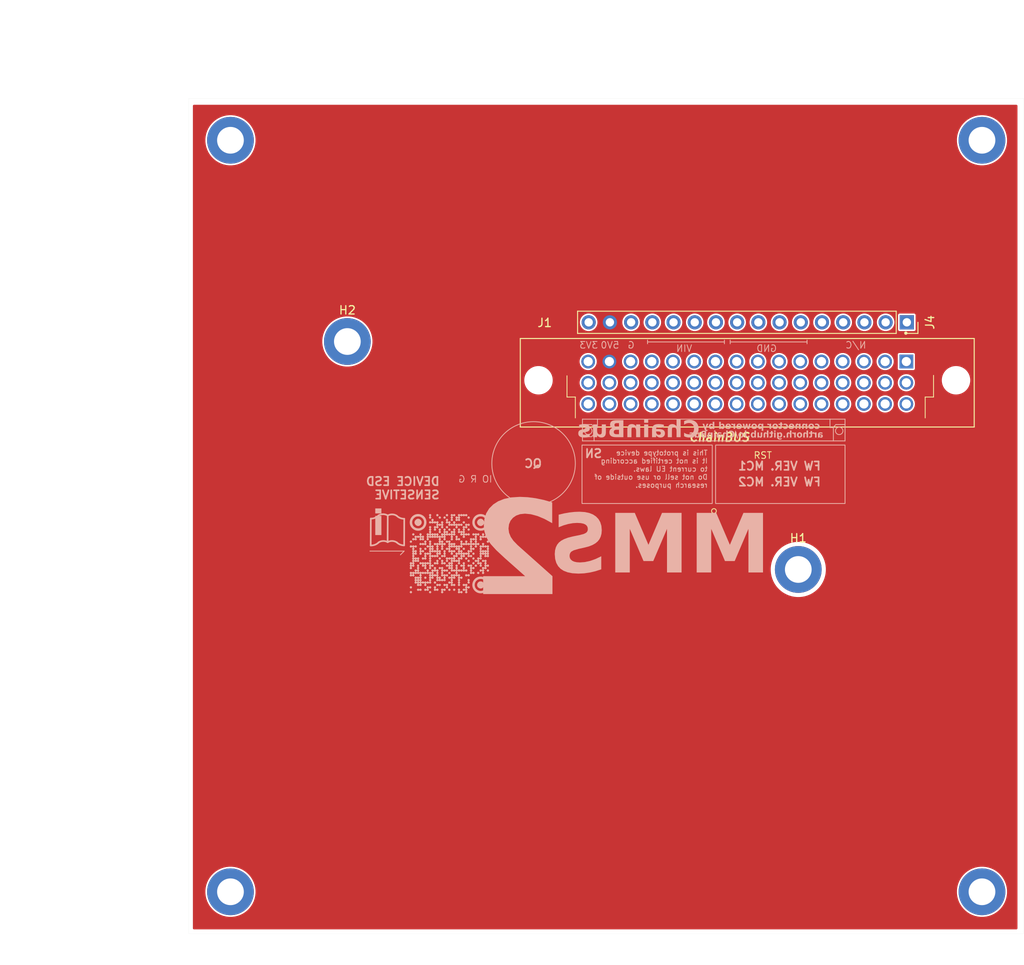
<source format=kicad_pcb>
(kicad_pcb (version 20241229) (generator "pcbnew") (generator_version "9.0")
  (layers (0 "F.Cu" signal) (4 "In1.Cu" signal) (6 "In2.Cu" signal) (2 "B.Cu" signal) (13 "F.Paste" user) (15 "B.Paste" user) (5 "F.SilkS" user "F.Silkscreen") (7 "B.SilkS" user "B.Silkscreen") (1 "F.Mask" user) (3 "B.Mask" user) (25 "Edge.Cuts" user))
  (property "SHEETTOTAL" "5")
  (net 0 "")
  (net 1 "GND")
  (net 2 "+3V3")
  (net 3 "+5V")
  (net 4 "/Interboard_connector/Altmode6")
  (net 5 "/Interboard_connector/Altmode3")
  (net 6 "/Interboard_connector/Altmode16")
  (net 7 "/Interboard_connector/Altmode14")
  (net 8 "/Interboard_connector/Altmode12")
  (net 9 "/Interboard_connector/Altmode10")
  (net 10 "/Interboard_connector/Altmode7")
  (net 11 "/Interboard_connector/Altmode2")
  (net 12 "/Interboard_connector/Altmode4")
  (net 13 "/Interboard_connector/Altmode13")
  (net 14 "/Interboard_connector/Altmode11")
  (net 15 "/Interboard_connector/Altmode8")
  (net 16 "/Interboard_connector/Altmode9")
  (net 17 "/Interboard_connector/Altmode1")
  (net 18 "/Interboard_connector/Altmode5")
  (net 19 "/Interboard_connector/Altmode15")
  (net 21 "BRD_VIN")
  (net 22 "/Interboard_connector/Chainbus.RX")
  (net 23 "/Interboard_connector/Chainbus.TX")
  (net 24 "/Interboard_connector/Chainbus.SCL")
  (net 25 "/Interboard_connector/Chainbus.SDA")
  (net 26 "/Interboard_connector/Chainbus_I2C_addr1")
  (net 27 "/Interboard_connector/Chainbus.MOSI")
  (net 28 "/Interboard_connector/Chainbus_UART_addr2")
  (net 29 "/Interboard_connector/Chainbus.MISO")
  (net 30 "/Interboard_connector/Chainbus_SPI_CS2")
  (net 31 "/Interboard_connector/Chainbus_UART_addr1")
  (net 32 "/Interboard_connector/Chainbus_SPI_CS1")
  (net 33 "/Interboard_connector/Chainbus_SPI_CS0")
  (net 34 "/Interboard_connector/Chainbus.SCK")
  (net 35 "/Interboard_connector/Chainbus_I2C_addr0")
  (net 36 "/Interboard_connector/Chainbus_I2C_addr2")
  (net 37 "/Interboard_connector/Chainbus_UART_addr0")
  (footprint "Library:AMPHENOL_86093488324755V1LF" (layer "F.Cu") (at 163.59 82.84)
    (property "Reference" "J1" (at -24.255 -7.185 0) (layer "F.SilkS"))
    (property "Value" "86093488324755V1LF")
    (pad "" np_thru_hole circle (at -25 -0.3) (size 2.9 2.9) (drill 2.9) (layers "*.Cu" "*.Mask"))
    (pad "" np_thru_hole circle (at 25 -0.3) (size 2.9 2.9) (drill 2.9) (layers "*.Cu" "*.Mask"))
    (pad "A1" thru_hole rect (at 19.05 -2.54) (size 1.65 1.65) (drill 1.1) (layers "*.Cu" "*.Mask"))
    (pad "A2" thru_hole circle (at 16.51 -2.54) (size 1.65 1.65) (drill 1.1) (layers "*.Cu" "*.Mask"))
    (pad "A3" thru_hole circle (at 13.97 -2.54) (size 1.65 1.65) (drill 1.1) (layers "*.Cu" "*.Mask"))
    (pad "A4" thru_hole circle (at 11.43 -2.54) (size 1.65 1.65) (drill 1.1) (layers "*.Cu" "*.Mask"))
    (pad "A5" thru_hole circle (at 8.89 -2.54) (size 1.65 1.65) (drill 1.1) (layers "*.Cu" "*.Mask"))
    (pad "A6" thru_hole circle (at 6.35 -2.54) (size 1.65 1.65) (drill 1.1) (layers "*.Cu" "*.Mask") (net 1 "GND"))
    (pad "A7" thru_hole circle (at 3.81 -2.54) (size 1.65 1.65) (drill 1.1) (layers "*.Cu" "*.Mask") (net 1 "GND"))
    (pad "A8" thru_hole circle (at 1.27 -2.54) (size 1.65 1.65) (drill 1.1) (layers "*.Cu" "*.Mask") (net 1 "GND"))
    (pad "A9" thru_hole circle (at -1.27 -2.54) (size 1.65 1.65) (drill 1.1) (layers "*.Cu" "*.Mask") (net 1 "GND"))
    (pad "A10" thru_hole circle (at -3.81 -2.54) (size 1.65 1.65) (drill 1.1) (layers "*.Cu" "*.Mask") (net 21 "BRD_VIN"))
    (pad "A11" thru_hole circle (at -6.35 -2.54) (size 1.65 1.65) (drill 1.1) (layers "*.Cu" "*.Mask") (net 21 "BRD_VIN"))
    (pad "A12" thru_hole circle (at -8.89 -2.54) (size 1.65 1.65) (drill 1.1) (layers "*.Cu" "*.Mask") (net 21 "BRD_VIN"))
    (pad "A13" thru_hole circle (at -11.43 -2.54) (size 1.65 1.65) (drill 1.1) (layers "*.Cu" "*.Mask") (net 21 "BRD_VIN"))
    (pad "A14" thru_hole circle (at -13.97 -2.54) (size 1.65 1.65) (drill 1.1) (layers "*.Cu" "*.Mask") (net 1 "GND"))
    (pad "A15" thru_hole circle (at -16.51 -2.54) (size 1.65 1.65) (drill 1.1) (layers "*.Cu" "*.Mask") (net 3 "+5V"))
    (pad "A16" thru_hole circle (at -19.05 -2.54) (size 1.65 1.65) (drill 1.1) (layers "*.Cu" "*.Mask") (net 2 "+3V3"))
    (pad "B1" thru_hole circle (at 19.05 0) (size 1.65 1.65) (drill 1.1) (layers "*.Cu" "*.Mask") (net 22 "/Interboard_connector/Chainbus.RX"))
    (pad "B2" thru_hole circle (at 16.51 0) (size 1.65 1.65) (drill 1.1) (layers "*.Cu" "*.Mask") (net 23 "/Interboard_connector/Chainbus.TX"))
    (pad "B3" thru_hole circle (at 13.97 0) (size 1.65 1.65) (drill 1.1) (layers "*.Cu" "*.Mask") (net 37 "/Interboard_connector/Chainbus_UART_addr0"))
    (pad "B4" thru_hole circle (at 11.43 0) (size 1.65 1.65) (drill 1.1) (layers "*.Cu" "*.Mask") (net 31 "/Interboard_connector/Chainbus_UART_addr1"))
    (pad "B5" thru_hole circle (at 8.89 0) (size 1.65 1.65) (drill 1.1) (layers "*.Cu" "*.Mask") (net 28 "/Interboard_connector/Chainbus_UART_addr2"))
    (pad "B6" thru_hole circle (at 6.35 0) (size 1.65 1.65) (drill 1.1) (layers "*.Cu" "*.Mask") (net 29 "/Interboard_connector/Chainbus.MISO"))
    (pad "B7" thru_hole circle (at 3.81 0) (size 1.65 1.65) (drill 1.1) (layers "*.Cu" "*.Mask") (net 27 "/Interboard_connector/Chainbus.MOSI"))
    (pad "B8" thru_hole circle (at 1.27 0) (size 1.65 1.65) (drill 1.1) (layers "*.Cu" "*.Mask") (net 34 "/Interboard_connector/Chainbus.SCK"))
    (pad "B9" thru_hole circle (at -1.27 0) (size 1.65 1.65) (drill 1.1) (layers "*.Cu" "*.Mask") (net 35 "/Interboard_connector/Chainbus_I2C_addr0"))
    (pad "B10" thru_hole circle (at -3.81 0) (size 1.65 1.65) (drill 1.1) (layers "*.Cu" "*.Mask") (net 26 "/Interboard_connector/Chainbus_I2C_addr1"))
    (pad "B11" thru_hole circle (at -6.35 0) (size 1.65 1.65) (drill 1.1) (layers "*.Cu" "*.Mask") (net 36 "/Interboard_connector/Chainbus_I2C_addr2"))
    (pad "B12" thru_hole circle (at -8.89 0) (size 1.65 1.65) (drill 1.1) (layers "*.Cu" "*.Mask") (net 33 "/Interboard_connector/Chainbus_SPI_CS0"))
    (pad "B13" thru_hole circle (at -11.43 0) (size 1.65 1.65) (drill 1.1) (layers "*.Cu" "*.Mask") (net 32 "/Interboard_connector/Chainbus_SPI_CS1"))
    (pad "B14" thru_hole circle (at -13.97 0) (size 1.65 1.65) (drill 1.1) (layers "*.Cu" "*.Mask") (net 30 "/Interboard_connector/Chainbus_SPI_CS2"))
    (pad "B15" thru_hole circle (at -16.51 0) (size 1.65 1.65) (drill 1.1) (layers "*.Cu" "*.Mask") (net 24 "/Interboard_connector/Chainbus.SCL"))
    (pad "B16" thru_hole circle (at -19.05 0) (size 1.65 1.65) (drill 1.1) (layers "*.Cu" "*.Mask") (net 25 "/Interboard_connector/Chainbus.SDA"))
    (pad "C1" thru_hole circle (at 19.05 2.54) (size 1.65 1.65) (drill 1.1) (layers "*.Cu" "*.Mask") (net 17 "/Interboard_connector/Altmode1"))
    (pad "C2" thru_hole circle (at 16.51 2.54) (size 1.65 1.65) (drill 1.1) (layers "*.Cu" "*.Mask") (net 11 "/Interboard_connector/Altmode2"))
    (pad "C3" thru_hole circle (at 13.97 2.54) (size 1.65 1.65) (drill 1.1) (layers "*.Cu" "*.Mask") (net 5 "/Interboard_connector/Altmode3"))
    (pad "C4" thru_hole circle (at 11.43 2.54) (size 1.65 1.65) (drill 1.1) (layers "*.Cu" "*.Mask") (net 12 "/Interboard_connector/Altmode4"))
    (pad "C5" thru_hole circle (at 8.89 2.54) (size 1.65 1.65) (drill 1.1) (layers "*.Cu" "*.Mask") (net 18 "/Interboard_connector/Altmode5"))
    (pad "C6" thru_hole circle (at 6.35 2.54) (size 1.65 1.65) (drill 1.1) (layers "*.Cu" "*.Mask") (net 4 "/Interboard_connector/Altmode6"))
    (pad "C7" thru_hole circle (at 3.81 2.54) (size 1.65 1.65) (drill 1.1) (layers "*.Cu" "*.Mask") (net 14 "/Interboard_connector/Altmode11"))
    (pad "C8" thru_hole circle (at 1.27 2.54) (size 1.65 1.65) (drill 1.1) (layers "*.Cu" "*.Mask") (net 8 "/Interboard_connector/Altmode12"))
    (pad "C9" thru_hole circle (at -1.27 2.54) (size 1.65 1.65) (drill 1.1) (layers "*.Cu" "*.Mask") (net 13 "/Interboard_connector/Altmode13"))
    (pad "C10" thru_hole circle (at -3.81 2.54) (size 1.65 1.65) (drill 1.1) (layers "*.Cu" "*.Mask") (net 7 "/Interboard_connector/Altmode14"))
    (pad "C11" thru_hole circle (at -6.35 2.54) (size 1.65 1.65) (drill 1.1) (layers "*.Cu" "*.Mask") (net 19 "/Interboard_connector/Altmode15"))
    (pad "C12" thru_hole circle (at -8.89 2.54) (size 1.65 1.65) (drill 1.1) (layers "*.Cu" "*.Mask") (net 10 "/Interboard_connector/Altmode7"))
    (pad "C13" thru_hole circle (at -11.43 2.54) (size 1.65 1.65) (drill 1.1) (layers "*.Cu" "*.Mask") (net 15 "/Interboard_connector/Altmode8"))
    (pad "C14" thru_hole circle (at -13.97 2.54) (size 1.65 1.65) (drill 1.1) (layers "*.Cu" "*.Mask") (net 16 "/Interboard_connector/Altmode9"))
    (pad "C15" thru_hole circle (at -16.51 2.54) (size 1.65 1.65) (drill 1.1) (layers "*.Cu" "*.Mask") (net 9 "/Interboard_connector/Altmode10"))
    (pad "C16" thru_hole circle (at -19.05 2.54) (size 1.65 1.65) (drill 1.1) (layers "*.Cu" "*.Mask") (net 6 "/Interboard_connector/Altmode16"))
  )
  (footprint "MountingHole:MountingHole_3.2mm_M3_DIN965_Pad" (layer "F.Cu") (at 169.7 105.2)
    (property "Reference" "H1" (at 0 -3.75 0) (layer "F.SilkS"))
    (property "Value" "M3 mount")
    (pad "1" thru_hole circle (at 0 0) (size 5.6 5.6) (drill 3.2) (layers "*.Cu" "*.Mask") (net 1 "GND") (clearance 0.5))
  )
  (footprint "MountingHole:MountingHole_3.2mm_M3_DIN965_Pad" (layer "F.Cu") (at 115.7 77.9)
    (property "Reference" "H2" (at 0 -3.75 0) (layer "F.SilkS"))
    (property "Value" "M3 mount")
    (pad "1" thru_hole circle (at 0 0) (size 5.6 5.6) (drill 3.2) (layers "*.Cu" "*.Mask"))
  )
  (footprint "MountingHole:MountingHole_3.2mm_M3_DIN965_Pad" (layer "F.Cu") (at 191.7 53.8)
    (property "Reference" "H3" (hide yes))
    (property "Value" "M3 mount")
    (pad "1" thru_hole circle (at 0 0) (size 5.6 5.6) (drill 3.2) (layers "*.Cu" "*.Mask"))
  )
  (footprint "MountingHole:MountingHole_3.2mm_M3_DIN965_Pad" (layer "F.Cu") (at 101.7 53.8)
    (property "Reference" "H4" (hide yes))
    (property "Value" "M3 mount")
    (pad "1" thru_hole circle (at 0 0) (size 5.6 5.6) (drill 3.2) (layers "*.Cu" "*.Mask"))
  )
  (footprint "MountingHole:MountingHole_3.2mm_M3_DIN965_Pad" (layer "F.Cu") (at 101.7 143.8)
    (property "Reference" "H6" (hide yes))
    (property "Value" "M3 mount")
    (pad "1" thru_hole circle (at 0 0) (size 5.6 5.6) (drill 3.2) (layers "*.Cu" "*.Mask"))
  )
  (footprint "Connector_PinSocket_2.54mm:PinSocket_1x16_P2.54mm_Vertical" (layer "F.Cu") (at 182.7 75.6 -90)
    (property "Reference" "J4" (at 0 -2.77 90) (layer "F.SilkS"))
    (property "Value" "Conn_01x16_Socket")
    (pad "1" thru_hole rect (at 0 0 270) (size 1.7 1.7) (drill 1) (layers "*.Cu" "*.Mask"))
    (pad "2" thru_hole circle (at 0 2.54 270) (size 1.7 1.7) (drill 1) (layers "*.Cu" "*.Mask"))
    (pad "3" thru_hole circle (at 0 5.08 270) (size 1.7 1.7) (drill 1) (layers "*.Cu" "*.Mask"))
    (pad "4" thru_hole circle (at 0 7.62 270) (size 1.7 1.7) (drill 1) (layers "*.Cu" "*.Mask"))
    (pad "5" thru_hole circle (at 0 10.16 270) (size 1.7 1.7) (drill 1) (layers "*.Cu" "*.Mask"))
    (pad "6" thru_hole circle (at 0 12.7 270) (size 1.7 1.7) (drill 1) (layers "*.Cu" "*.Mask") (net 1 "GND"))
    (pad "7" thru_hole circle (at 0 15.24 270) (size 1.7 1.7) (drill 1) (layers "*.Cu" "*.Mask") (net 1 "GND"))
    (pad "8" thru_hole circle (at 0 17.78 270) (size 1.7 1.7) (drill 1) (layers "*.Cu" "*.Mask") (net 1 "GND"))
    (pad "9" thru_hole circle (at 0 20.32 270) (size 1.7 1.7) (drill 1) (layers "*.Cu" "*.Mask") (net 1 "GND"))
    (pad "10" thru_hole circle (at 0 22.86 270) (size 1.7 1.7) (drill 1) (layers "*.Cu" "*.Mask") (net 21 "BRD_VIN"))
    (pad "11" thru_hole circle (at 0 25.4 270) (size 1.7 1.7) (drill 1) (layers "*.Cu" "*.Mask") (net 21 "BRD_VIN"))
    (pad "12" thru_hole circle (at 0 27.94 270) (size 1.7 1.7) (drill 1) (layers "*.Cu" "*.Mask") (net 21 "BRD_VIN"))
    (pad "13" thru_hole circle (at 0 30.48 270) (size 1.7 1.7) (drill 1) (layers "*.Cu" "*.Mask") (net 21 "BRD_VIN"))
    (pad "14" thru_hole circle (at 0 33.02 270) (size 1.7 1.7) (drill 1) (layers "*.Cu" "*.Mask") (net 1 "GND"))
    (pad "15" thru_hole circle (at 0 35.56 270) (size 1.7 1.7) (drill 1) (layers "*.Cu" "*.Mask") (net 3 "+5V"))
    (pad "16" thru_hole circle (at 0 38.1 270) (size 1.7 1.7) (drill 1) (layers "*.Cu" "*.Mask") (net 2 "+3V3"))
  )
  (footprint "MountingHole:MountingHole_3.2mm_M3_DIN965_Pad" (layer "F.Cu") (at 191.7 143.8)
    (property "Reference" "H5" (hide yes))
    (property "Value" "M3 mount")
    (pad "1" thru_hole circle (at 0 0) (size 5.6 5.6) (drill 3.2) (layers "*.Cu" "*.Mask"))
  )
  (footprint "QRcode:QR" (layer "B.Cu") (at 127.95 103.35 180)
    (property "Reference" "G***" (hide yes))
    (property "Value" "LOGO" (hide yes))
  )
  (gr_line (start 142 84.55) (end 143 84.55) (stroke (width 0.1)) (layer "F.SilkS"))
  (gr_circle (center 159.6 98.2) (end 159.8 98.4) (stroke (width 0.1)) (fill no) (layer "F.SilkS"))
  (gr_line (start 143 84.55) (end 143 87.05) (stroke (width 0.1)) (layer "F.SilkS"))
  (gr_line (start 142 82) (end 142 84.55) (stroke (width 0.1)) (layer "F.SilkS"))
  (gr_line (start 184.9 84.55) (end 184.9 87.05) (stroke (width 0.1)) (layer "F.SilkS"))
  (gr_line (start 185.9 84.55) (end 184.9 84.55) (stroke (width 0.1)) (layer "F.SilkS"))
  (gr_line (start 185.9 81.95) (end 185.9 84.55) (stroke (width 0.1)) (layer "F.SilkS"))
  (gr_arc (start 120.535533 98.742265) (mid 121.077443 98.602892) (end 121.61184 98.768758) (stroke (width 0.2)) (layer "B.SilkS"))
  (gr_arc (start 119.400162 98.75451) (mid 119.947277 98.579868) (end 120.503869 98.72143) (stroke (width 0.2)) (layer "B.SilkS"))
  (gr_arc (start 120.518643 101.930292) (mid 121.075235 101.78873) (end 121.62235 101.963372) (stroke (width 0.2)) (layer "B.SilkS"))
  (gr_line (start 118.4 103) (end 122.5 103) (stroke (width 0.1)) (layer "B.SilkS"))
  (gr_line (start 151.65 77.95) (end 160.85 77.95) (stroke (width 0.1)) (layer "B.SilkS"))
  (gr_rect (start 159.8 90.3) (end 175.3 97.3) (stroke (width 0.1)) (fill no) (layer "B.SilkS"))
  (gr_line (start 161.55 78.175) (end 161.55 77.725) (stroke (width 0.1)) (layer "B.SilkS"))
  (gr_line (start 145.65 87.2) (end 145.65 88.2) (stroke (width 0.1)) (layer "B.SilkS"))
  (gr_line (start 173.5 87.2) (end 145.65 87.2) (stroke (width 0.1)) (layer "B.SilkS"))
  (gr_line (start 145.25 89.8) (end 175.3 89.8) (stroke (width 0.1)) (layer "B.SilkS"))
  (gr_line (start 173.5 87.2) (end 175.3 87.2) (stroke (width 0.1)) (layer "B.SilkS"))
  (gr_line (start 143.85 87.85) (end 144.95 87.85) (stroke (width 0.1)) (layer "B.SilkS"))
  (gr_line (start 175.3 87.85) (end 174.2 87.85) (stroke (width 0.1)) (layer "B.SilkS"))
  (gr_line (start 120.518643 101.930292) (end 120.535533 98.742265) (stroke (width 0.2)) (layer "B.SilkS"))
  (gr_line (start 144.95 87.85) (end 145.25 88.15) (stroke (width 0.1)) (layer "B.SilkS"))
  (gr_arc (start 119.410684 98.754323) (mid 118.994524 99.022109) (end 118.507503 99.109913) (stroke (width 0.2)) (layer "B.SilkS"))
  (gr_line (start 174.2 87.85) (end 173.9 88.15) (stroke (width 0.1)) (layer "B.SilkS"))
  (gr_line (start 145.25 88.2) (end 145.25 89.8) (stroke (width 0.1)) (layer "B.SilkS"))
  (gr_arc (start 122.499843 102.311291) (mid 122.023814 102.221062) (end 121.617156 101.957673) (stroke (width 0.2)) (layer "B.SilkS"))
  (gr_arc (start 122.510469 99.127828) (mid 122.025851 99.036646) (end 121.61184 98.768758) (stroke (width 0.2)) (layer "B.SilkS"))
  (gr_line (start 143.85 89.3) (end 144.95 89.3) (stroke (width 0.1)) (layer "B.SilkS"))
  (gr_line (start 151.65 78.175) (end 151.65 77.725) (stroke (width 0.1)) (layer "B.SilkS"))
  (gr_line (start 144.95 89.3) (end 145.25 89) (stroke (width 0.1)) (layer "B.SilkS"))
  (gr_line (start 170.75 78.175) (end 170.75 77.725) (stroke (width 0.1)) (layer "B.SilkS"))
  (gr_arc (start 119.441646 101.96503) (mid 119.005168 102.240745) (end 118.494951 102.319546) (stroke (width 0.2)) (layer "B.SilkS"))
  (gr_line (start 143.85 89.8) (end 143.85 87.2) (stroke (width 0.1)) (layer "B.SilkS"))
  (gr_line (start 122.5 103) (end 122.05 103.45) (stroke (width 0.1)) (layer "B.SilkS"))
  (gr_line (start 173.9 88.2) (end 173.9 89.8) (stroke (width 0.1)) (layer "B.SilkS"))
  (gr_arc (start 119.430085 101.964142) (mid 119.9772 101.7895) (end 120.533792 101.931062) (stroke (width 0.2)) (layer "B.SilkS"))
  (gr_circle (center 144.55 88.6) (end 144.15 88.4) (stroke (width 0.1)) (fill no) (layer "B.SilkS"))
  (gr_line (start 122.499843 102.311291) (end 122.510469 99.127828) (stroke (width 0.2)) (layer "B.SilkS"))
  (gr_line (start 145.25 89.8) (end 143.85 89.8) (stroke (width 0.1)) (layer "B.SilkS"))
  (gr_line (start 118.494951 102.320139) (end 118.507503 99.109913) (stroke (width 0.2)) (layer "B.SilkS"))
  (gr_line (start 173.5 87.2) (end 173.5 88.2) (stroke (width 0.1)) (layer "B.SilkS"))
  (gr_line (start 161.55 77.95) (end 170.75 77.95) (stroke (width 0.1)) (layer "B.SilkS"))
  (gr_rect (start 143.8 90.3) (end 159.4 97.3) (stroke (width 0.1)) (fill no) (layer "B.SilkS"))
  (gr_line (start 173.5 88.2) (end 173.9 88.2) (stroke (width 0.1)) (layer "B.SilkS"))
  (gr_line (start 145.65 87.2) (end 143.85 87.2) (stroke (width 0.1)) (layer "B.SilkS"))
  (gr_line (start 175.3 89.8) (end 175.3 87.2) (stroke (width 0.1)) (layer "B.SilkS"))
  (gr_line (start 160.85 78.175) (end 160.85 77.725) (stroke (width 0.1)) (layer "B.SilkS"))
  (gr_line (start 145.65 88.2) (end 145.25 88.2) (stroke (width 0.1)) (layer "B.SilkS"))
  (gr_circle (center 138 92.5) (end 143 92.5) (stroke (width 0.1)) (fill no) (layer "B.SilkS"))
  (gr_circle (center 174.6 88.6) (end 175 88.4) (stroke (width 0.1)) (fill no) (layer "B.SilkS"))
  (gr_rect (start 96.7 48.8) (end 196.7 148.8) (stroke (width 0.01)) (fill no) (layer "Edge.Cuts"))
  (gr_text "RST" (at 164.3 92 0) (layer "F.SilkS") (effects (font (size 0.8 0.8) (thickness 0.1)) (justify left bottom)))
  (gr_text "ChainBUS" (at 156.525 89.95 0) (layer "F.SilkS") (effects (font (size 1 1) (thickness 0.2) (bold yes) (italic yes)) (justify left bottom)))
  (gr_text "QC" (at 139.1 93.1 0) (layer "B.SilkS") (effects (font (size 1 1) (thickness 0.2) (bold yes)) (justify left bottom mirror)))
  (gr_text "G" (at 150.15 78.8 0) (layer "B.SilkS") (effects (font (size 0.8 0.8) (thickness 0.1)) (justify left bottom mirror)))
  (gr_text "connector powered by" (at 172.3 88.5 -0) (layer "B.SilkS") (effects (font (size 0.8 0.8) (thickness 0.15) (bold yes) (italic yes)) (justify left bottom mirror)))
  (gr_text "FW VER. MC2\n" (at 172.5 95.3 0) (layer "B.SilkS") (effects (font (size 1 1) (thickness 0.2) (bold yes)) (justify left bottom mirror)))
  (gr_text "GND" (at 167.2 79.2 0) (layer "B.SilkS") (effects (font (size 0.8 0.8) (thickness 0.1)) (justify left bottom mirror)))
  (gr_text "IO R G" (at 133.115 94.85 0) (layer "B.SilkS") (effects (font (size 0.8 0.8) (thickness 0.1)) (justify left bottom mirror)))
  (gr_text "MMS" (at 166.375 106.75 0) (layer "B.SilkS") (effects (font (size 7 7) (thickness 0.3)) (justify left bottom mirror)))
  (gr_text "5V0" (at 148.314762 78.8 0) (layer "B.SilkS") (effects (font (size 0.8 0.8) (thickness 0.1)) (justify left bottom mirror)))
  (gr_text "FW VER. MC1" (at 172.5 93.4 0) (layer "B.SilkS") (effects (font (size 1 1) (thickness 0.2) (bold yes)) (justify left bottom mirror)))
  (gr_text "VIN" (at 157.05 79.2 0) (layer "B.SilkS") (effects (font (size 0.8 0.8) (thickness 0.1)) (justify left bottom mirror)))
  (gr_text "This is prototype device\nIt is not certified according\nto current EU laws.\nDo not sell or use outside of\nresearch purposes." (at 158.9 95.45 0) (layer "B.SilkS") (effects (font (size 0.6 0.6) (thickness 0.1)) (justify left bottom mirror)))
  (gr_text "ChainBus" (at 157.9 89.7 -0) (layer "B.SilkS") (effects (font (size 2 2) (thickness 0.3) (bold yes)) (justify left bottom mirror)))
  (gr_text "2" (at 141.5 110.05 0) (layer "B.SilkS") (effects (font (size 11.2 11.2) (thickness 0.3) (bold yes)) (justify left bottom mirror)))
  (gr_text "DEVICE ESD \nSENSETIVE" (at 126.85 96.85 0) (layer "B.SilkS") (effects (font (size 1 1) (thickness 0.2) (bold yes)) (justify left bottom mirror)))
  (gr_text "3V3" (at 145.774762 78.8 0) (layer "B.SilkS") (effects (font (size 0.8 0.8) (thickness 0.1)) (justify left bottom mirror)))
  (gr_text "i" (at 120.126979 101.589038 0) (layer "B.SilkS") (effects (font (size 3 3) (thickness 0.4) (bold yes)) (justify left bottom mirror)))
  (gr_text "arthorh.github.io/ChainBus" (at 172.686371 89.539177 -0) (layer "B.SilkS") (effects (font (size 0.8 0.75) (thickness 0.15) (bold yes) (italic yes)) (justify left bottom mirror)))
  (gr_text "SN" (at 146.3 91.9 0) (layer "B.SilkS") (effects (font (size 1 1) (thickness 0.2) (bold yes)) (justify left bottom mirror)))
  (gr_text "N/C" (at 177.9 78.8 0) (layer "B.SilkS") (effects (font (size 0.8 0.8) (thickness 0.1)) (justify left bottom mirror)))
  (zone (net 3) (net_name "+5V") (layer "F.Cu") (priority 23) (connect_pads yes (clearance 0.2)) (min_thickness 0.25) (fill yes (thermal_gap 0.5) (thermal_bridge_width 0.5))
    (polygon (pts (xy 195.95 49.55) (xy 195.95 148.55) (xy 96.95 148.55) (xy 96.95 49.55)))
  )
)
</source>
